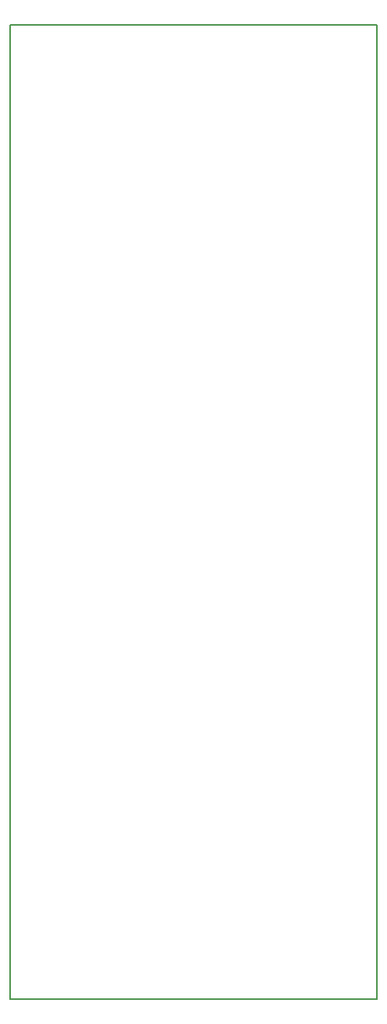
<source format=gm1>
G04 #@! TF.FileFunction,Profile,NP*
%FSLAX46Y46*%
G04 Gerber Fmt 4.6, Leading zero omitted, Abs format (unit mm)*
G04 Created by KiCad (PCBNEW (2016-08-20 BZR 7083)-product) date Tue Jan 31 21:42:43 2017*
%MOMM*%
%LPD*%
G01*
G04 APERTURE LIST*
%ADD10C,0.100000*%
%ADD11C,0.150000*%
G04 APERTURE END LIST*
D10*
D11*
X0Y106000000D02*
X0Y0D01*
X40000000Y106000000D02*
X0Y106000000D01*
X40000000Y0D02*
X40000000Y106000000D01*
X0Y0D02*
X40000000Y0D01*
M02*

</source>
